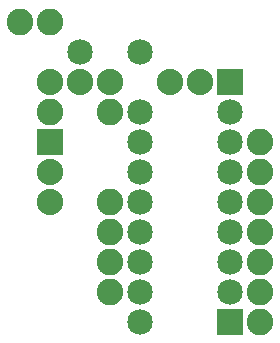
<source format=gbs>
G04 MADE WITH FRITZING*
G04 WWW.FRITZING.ORG*
G04 SINGLE SIDED*
G04 HOLES NOT PLATED*
G04 CONTOUR ON CENTER OF CONTOUR VECTOR*
%ASAXBY*%
%FSLAX23Y23*%
%MOIN*%
%OFA0B0*%
%SFA1.0B1.0*%
%ADD10C,0.085000*%
%ADD11C,0.088000*%
%ADD12C,0.088740*%
%ADD13R,0.085000X0.085000*%
%ADD14R,0.088000X0.088000*%
%ADD15C,0.030000*%
%LNMASK0*%
G90*
G70*
G54D10*
X843Y137D03*
X543Y137D03*
X843Y237D03*
X543Y237D03*
X843Y337D03*
X543Y337D03*
X843Y437D03*
X543Y437D03*
X843Y537D03*
X543Y537D03*
X843Y637D03*
X543Y637D03*
X843Y737D03*
X543Y737D03*
X843Y837D03*
X543Y837D03*
G54D11*
X843Y937D03*
X743Y937D03*
X643Y937D03*
X243Y737D03*
X243Y637D03*
X243Y537D03*
X443Y937D03*
X343Y937D03*
X243Y937D03*
G54D12*
X943Y237D03*
X443Y237D03*
X443Y337D03*
X943Y437D03*
X943Y137D03*
X943Y337D03*
X443Y537D03*
X243Y1137D03*
X943Y637D03*
X143Y1137D03*
X943Y537D03*
X443Y837D03*
X243Y837D03*
X443Y437D03*
X943Y737D03*
G54D10*
X243Y837D03*
X443Y837D03*
X343Y1037D03*
X543Y1037D03*
G54D13*
X843Y137D03*
G54D14*
X843Y937D03*
X243Y737D03*
G54D15*
G36*
X472Y908D02*
X414Y908D01*
X414Y966D01*
X472Y966D01*
X472Y908D01*
G37*
D02*
G04 End of Mask0*
M02*
</source>
